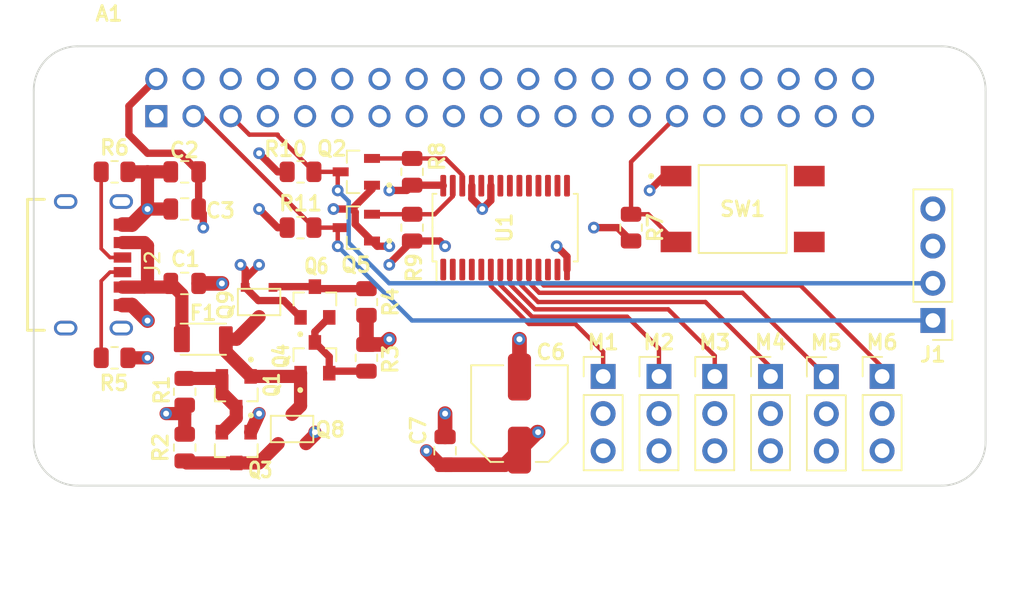
<source format=kicad_pcb>
(kicad_pcb (version 20221018) (generator pcbnew)
  (layers (0 "F.Cu" signal) (1 "In1.Cu" power) (2 "In2.Cu" power) (31 "B.Cu" power) (34 "B.Paste" user) (35 "F.Paste" user) (36 "B.SilkS" user "B.Silkscreen") (37 "F.SilkS" user "F.Silkscreen") (38 "B.Mask" user) (39 "F.Mask" user) (44 "Edge.Cuts" user))
  (net 0 "")
  (net 6 "/3V3")
  (net 7 "/PI_5V")
  (net 8 "/SDA")
  (net 9 "/SCL")
  (net 21 "/BUTTON")
  (net 22 "GND")
  (net 23 "Net-(C1-Pad1)")
  (net 24 "/SERVO_5V")
  (net 25 "/USB_5V")
  (net 26 "Net-(J2-CC1)")
  (net 27 "Net-(J2-CC2)")
  (net 29 "/CH1")
  (net 30 "/CH2")
  (net 31 "/CH3")
  (net 32 "/CH4")
  (net 33 "/CH5")
  (net 34 "/CH6")
  (net 35 "Net-(Q1-B)")
  (net 36 "Net-(Q4-B)")
  (net 37 "Net-(Q2-S)")
  (net 38 "Net-(Q3-C)")
  (net 39 "Net-(Q5-S)")
  (net 40 "Net-(Q6-C)")
  (footprint "Connector_PinHeader_2.54mm:PinHeader_1x03_P2.54mm_Vertical" (layer "F.Cu") (at 142.875 48.26)
    (fp_text reference "M2" (at 0 -2.33) (layer "F.SilkS") (effects (font (thickness 0.2))))
    (fp_text value "Motor_Servo")
    (pad "1" thru_hole rect (at 0 0) (size 1.7 1.7) (drill 1) (layers "*.Cu" "*.Mask") (net 30 "/CH2"))
    (pad "2" thru_hole oval (at 0 2.54) (size 1.7 1.7) (drill 1) (layers "*.Cu" "*.Mask") (net 24 "/SERVO_5V"))
    (pad "3" thru_hole oval (at 0 5.08) (size 1.7 1.7) (drill 1) (layers "*.Cu" "*.Mask") (net 22 "GND"))
  )
  (footprint "USB4125-GF-A_REVA2:GCT_USB4125-GF-A_REVA2" (layer "F.Cu") (at 103.16 40.64 -90)
    (fp_text reference "J2" (at -0.125 -5.135 90) (layer "F.SilkS"))
    (fp_text value "USB4125-GF-A_REVA2")
    (pad "A5" smd rect (at -0.5 -3.08 270) (size 0.7 1.2) (layers "F.Cu" "F.Paste" "F.Mask") (net 26 "Net-(J2-CC1)"))
    (pad "A9" smd rect (at 1.52 -3.08 270) (size 0.76 1.2) (layers "F.Cu" "F.Paste" "F.Mask") (net 23 "Net-(C1-Pad1)"))
    (pad "A12" smd rect (at 2.75 -3.08 270) (size 0.8 1.2) (layers "F.Cu" "F.Paste" "F.Mask") (net 22 "GND"))
    (pad "B5" smd rect (at 0.5 -3.08 270) (size 0.7 1.2) (layers "F.Cu" "F.Paste" "F.Mask") (net 27 "Net-(J2-CC2)"))
    (pad "B9" smd rect (at -1.52 -3.08 270) (size 0.76 1.2) (layers "F.Cu" "F.Paste" "F.Mask") (net 23 "Net-(C1-Pad1)"))
    (pad "B12" smd rect (at -2.75 -3.08 270) (size 0.8 1.2) (layers "F.Cu" "F.Paste" "F.Mask") (net 22 "GND"))
    (pad "S1" thru_hole oval (at -4.32 -3 270) (size 1 1.6) (drill oval 0.6 1.2) (layers "*.Cu" "*.Mask"))
    (pad "S2" thru_hole oval (at 4.32 -3 270) (size 1 1.6) (drill oval 0.6 1.2) (layers "*.Cu" "*.Mask"))
    (pad "S3" thru_hole oval (at -4.32 0.8 270) (size 1 1.6) (drill oval 0.6 1.2) (layers "*.Cu" "*.Mask"))
    (pad "S4" thru_hole oval (at 4.32 0.8 270) (size 1 1.6) (drill oval 0.6 1.2) (layers "*.Cu" "*.Mask"))
  )
  (footprint "miscfootprints:SW_TS04-66-65-BK-160-SMT" (layer "F.Cu") (at 148.59 36.83)
    (fp_text reference "SW1" (at 0 0) (layer "F.SilkS") (effects (font (thickness 0.2))))
    (fp_text value "SW_Push")
    (pad "1" smd rect (at -4.55 -2.25) (size 2.1 1.4) (layers "F.Cu" "F.Paste" "F.Mask") (net 22 "GND"))
    (pad "2" smd rect (at -4.55 2.25) (size 2.1 1.4) (layers "F.Cu" "F.Paste" "F.Mask") (net 21 "/BUTTON"))
    (pad "3" smd rect (at 4.55 -2.25) (size 2.1 1.4) (layers "F.Cu" "F.Paste" "F.Mask"))
    (pad "4" smd rect (at 4.55 2.25) (size 2.1 1.4) (layers "F.Cu" "F.Paste" "F.Mask"))
  )
  (footprint "ADA3708:ADA3708_RPI-ZERO" (layer "F.Cu") (at 132.680871 29.217954)
    (fp_text reference "A1" (at -27.3566 -5.72581) (layer "F.SilkS") (effects (font (size 1 1.00189) (thickness 0.2))))
    (fp_text value "ADA3708")
    (fp_line (start -32.5 -0.5) (end -32.5 23.5) (stroke (width 0.127)) (layer "Edge.Cuts"))
    (fp_line (start -29.5 26.5) (end 29.5 26.5) (stroke (width 0.127)) (layer "Edge.Cuts"))
    (fp_line (start 29.5 -3.5) (end -29.5 -3.5) (stroke (width 0.127)) (layer "Edge.Cuts"))
    (fp_line (start 32.5 23.5) (end 32.5 -0.5) (stroke (width 0.127)) (layer "Edge.Cuts"))
    (fp_arc (start -32.5 -0.5) (mid -31.621321 -2.621321) (end -29.5 -3.5) (stroke (width 0.127)) (layer "Edge.Cuts"))
    (fp_arc (start -29.5 26.5) (mid -31.621321 25.621321) (end -32.5 23.5) (stroke (width 0.127)) (layer "Edge.Cuts"))
    (fp_arc (start 29.5 -3.5) (mid 31.62132 -2.62132) (end 32.5 -0.5) (stroke (width 0.127)) (layer "Edge.Cuts"))
    (fp_arc (start 32.5 23.5) (mid 31.62132 25.62132) (end 29.5 26.5) (stroke (width 0.127)) (layer "Edge.Cuts"))
    (pad "" np_thru_hole circle (at -29 0) (size 2.75 2.75) (drill 2.75) (layers "*.Cu" "*.Mask"))
    (pad "" np_thru_hole circle (at -29 23) (size 2.75 2.75) (drill 2.75) (layers "*.Cu" "*.Mask"))
    (pad "" np_thru_hole circle (at 29 0) (size 2.75 2.75) (drill 2.75) (layers "*.Cu" "*.Mask"))
    (pad "" np_thru_hole circle (at 29 23) (size 2.75 2.75) (drill 2.75) (layers "*.Cu" "*.Mask"))
    (pad "1" thru_hole rect (at -24.13 1.27) (size 1.508 1.508) (drill 1) (layers "*.Cu" "*.Mask") (net 6 "/3V3"))
    (pad "2" thru_hole circle (at -24.13 -1.27) (size 1.508 1.508) (drill 1) (layers "*.Cu" "*.Mask") (net 7 "/PI_5V"))
    (pad "3" thru_hole circle (at -21.59 1.27) (size 1.508 1.508) (drill 1) (layers "*.Cu" "*.Mask") (net 8 "/SDA"))
    (pad "4" thru_hole circle (at -21.59 -1.27) (size 1.508 1.508) (drill 1) (layers "*.Cu" "*.Mask"))
    (pad "5" thru_hole circle (at -19.05 1.27) (size 1.508 1.508) (drill 1) (layers "*.Cu" "*.Mask") (net 9 "/SCL"))
    (pad "6" thru_hole circle (at -19.05 -1.27) (size 1.508 1.508) (drill 1) (layers "*.Cu" "*.Mask"))
    (pad "7" thru_hole circle (at -16.51 1.27) (size 1.508 1.508) (drill 1) (layers "*.Cu" "*.Mask"))
    (pad "8" thru_hole circle (at -16.51 -1.27) (size 1.508 1.508) (drill 1) (layers "*.Cu" "*.Mask"))
    (pad "9" thru_hole circle (at -13.97 1.27) (size 1.508 1.508) (drill 1) (layers "*.Cu" "*.Mask"))
    (pad "10" thru_hole circle (at -13.97 -1.27) (size 1.508 1.508) (drill 1) (layers "*.Cu" "*.Mask"))
    (pad "11" thru_hole circle (at -11.43 1.27) (size 1.508 1.508) (drill 1) (layers "*.Cu" "*.Mask"))
    (pad "12" thru_hole circle (at -11.43 -1.27) (size 1.508 1.508) (drill 1) (layers "*.Cu" "*.Mask"))
    (pad "13" thru_hole circle (at -8.89 1.27) (size 1.508 1.508) (drill 1) (layers "*.Cu" "*.Mask"))
    (pad "14" thru_hole circle (at -8.89 -1.27) (size 1.508 1.508) (drill 1) (layers "*.Cu" "*.Mask"))
    (pad "15" thru_hole circle (at -6.35 1.27) (size 1.508 1.508) (drill 1) (layers "*.Cu" "*.Mask"))
    (pad "16" thru_hole circle (at -6.35 -1.27) (size 1.508 1.508) (drill 1) (layers "*.Cu" "*.Mask"))
    (pad "17" thru_hole circle (at -3.81 1.27) (size 1.508 1.508) (drill 1) (layers "*.Cu" "*.Mask"))
    (pad "18" thru_hole circle (at -3.81 -1.27) (size 1.508 1.508) (drill 1) (layers "*.Cu" "*.Mask"))
    (pad "19" thru_hole circle (at -1.27 1.27) (size 1.508 1.508) (drill 1) (layers "*.Cu" "*.Mask"))
    (pad "20" thru_hole circle (at -1.27 -1.27) (size 1.508 1.508) (drill 1) (layers "*.Cu" "*.Mask"))
    (pad "21" thru_hole circle (at 1.27 1.27) (size 1.508 1.508) (drill 1) (layers "*.Cu" "*.Mask"))
    (pad "22" thru_hole circle (at 1.27 -1.27) (size 1.508 1.508) (drill 1) (layers "*.Cu" "*.Mask"))
    (pad "23" thru_hole circle (at 3.81 1.27) (size 1.508 1.508) (drill 1) (layers "*.Cu" "*.Mask"))
    (pad "24" thru_hole circle (at 3.81 -1.27) (size 1.508 1.508) (drill 1) (layers "*.Cu" "*.Mask"))
    (pad "25" thru_hole circle (at 6.35 1.27) (size 1.508 1.508) (drill 1) (layers "*.Cu" "*.Mask"))
    (pad "26" thru_hole circle (at 6.35 -1.27) (size 1.508 1.508) (drill 1) (layers "*.Cu" "*.Mask"))
    (pad "27" thru_hole circle (at 8.89 1.27) (size 1.508 1.508) (drill 1) (layers "*.Cu" "*.Mask"))
    (pad "28" thru_hole circle (at 8.89 -1.27) (size 1.508 1.508) (drill 1) (layers "*.Cu" "*.Mask"))
    (pad "29" thru_hole circle (at 11.43 1.27) (size 1.508 1.508) (drill 1) (layers "*.Cu" "*.Mask") (net 21 "/BUTTON"))
    (pad "30" thru_hole circle (at 11.43 -1.27) (size 1.508 1.508) (drill 1) (layers "*.Cu" "*.Mask"))
    (pad "31" thru_hole circle (at 13.97 1.27) (size 1.508 1.508) (drill 1) (layers "*.Cu" "*.Mask"))
    (pad "32" thru_hole circle (at 13.97 -1.27) (size 1.508 1.508) (drill 1) (layers "*.Cu" "*.Mask"))
    (pad "33" thru_hole circle (at 16.51 1.27) (size 1.508 1.508) (drill 1) (layers "*.Cu" "*.Mask"))
    (pad "34" thru_hole circle (at 16.51 -1.27) (size 1.508 1.508) (drill 1) (layers "*.Cu" "*.Mask"))
    (pad "35" thru_hole circle (at 19.05 1.27) (size 1.508 1.508) (drill 1) (layers "*.Cu" "*.Mask"))
    (pad "36" thru_hole circle (at 19.05 -1.27) (size 1.508 1.508) (drill 1) (layers "*.Cu" "*.Mask"))
    (pad "37" thru_hole circle (at 21.59 1.27) (size 1.508 1.508) (drill 1) (layers "*.Cu" "*.Mask"))
    (pad "38" thru_hole circle (at 21.59 -1.27) (size 1.508 1.508) (drill 1) (layers "*.Cu" "*.Mask"))
    (pad "39" thru_hole circle (at 24.13 1.27) (size 1.508 1.508) (drill 1) (layers "*.Cu" "*.Mask") (net 22 "GND"))
    (pad "40" thru_hole circle (at 24.13 -1.27) (size 1.508 1.508) (drill 1) (layers "*.Cu" "*.Mask"))
  )
  (footprint "Resistor_SMD:R_0805_2012Metric" (layer "F.Cu") (at 122.9 43.18 -90)
    (fp_text reference "R4" (at 0 -1.65 90) (layer "F.SilkS") (effects (font (thickness 0.2))))
    (fp_text value "R_47K")
    (pad "1" smd roundrect (at -0.9125 0 270) (size 1.025 1.4) (layers "F.Cu" "F.Paste" "F.Mask") (roundrect_rratio 0.243902) (net 40 "Net-(Q6-C)"))
    (pad "2" smd roundrect (at 0.9125 0 270) (size 1.025 1.4) (layers "F.Cu" "F.Paste" "F.Mask") (roundrect_rratio 0.243902) (net 22 "GND"))
  )
  (footprint "miscfootprints:TRANS_MMBT2907A-13" (layer "F.Cu") (at 119.38 46.99 90)
    (fp_text reference "Q4" (at 0.122649 -2.30338 90) (layer "F.SilkS") (effects (font (size 1 0.8) (thickness 0.2))))
    (fp_text value "Q_PNP_EBC")
    (pad "1" smd rect (at -1.05 -0.98) (size 0.85 1) (layers "F.Cu" "F.Paste" "F.Mask") (net 25 "/USB_5V"))
    (pad "2" smd rect (at -1.05 0.98) (size 0.85 1) (layers "F.Cu" "F.Paste" "F.Mask") (net 36 "Net-(Q4-B)"))
    (pad "3" smd rect (at 1.05 0) (size 0.85 1) (layers "F.Cu" "F.Paste" "F.Mask") (net 36 "Net-(Q4-B)"))
  )
  (footprint "miscfootprints:SSM3J338R,LF" (layer "F.Cu") (at 115.57 43.18 180)
    (fp_text reference "Q9" (at 2.286284 -0.20198 90) (layer "F.SilkS") (effects (font (thickness 0.2))))
    (fp_text value "Q_PMOS_GSD")
    (pad "1" smd rect (at -0.95 1 270) (size 0.6 0.6) (layers "F.Cu" "F.Paste" "F.Mask") (net 40 "Net-(Q6-C)"))
    (pad "2" smd rect (at 0.95 1 270) (size 0.6 0.6) (layers "F.Cu" "F.Paste" "F.Mask") (net 7 "/PI_5V"))
    (pad "3" smd rect (at 0 -1 270) (size 0.6 0.6) (layers "F.Cu" "F.Paste" "F.Mask") (net 25 "/USB_5V"))
  )
  (footprint "miscfootprints:CAPAE660X800N" (layer "F.Cu") (at 133.35 50.8 90)
    (fp_text reference "C6" (at 4.20174 2.145839 180) (layer "F.SilkS") (effects (font (thickness 0.2))))
    (fp_text value "100Uf")
    (pad "1" smd roundrect (at -2.495 0 90) (size 3.2 1.58) (layers "F.Cu" "F.Paste" "F.Mask") (roundrect_rratio 0.2) (net 24 "/SERVO_5V"))
    (pad "2" smd roundrect (at 2.495 0 90) (size 3.2 1.58) (layers "F.Cu" "F.Paste" "F.Mask") (roundrect_rratio 0.2) (net 22 "GND"))
  )
  (footprint "Resistor_SMD:R_0805_2012Metric" (layer "F.Cu") (at 105.7 34.29)
    (fp_text reference "R6" (at 0 -1.65) (layer "F.SilkS") (effects (font (thickness 0.2))))
    (fp_text value "R_5.1K")
    (pad "1" smd roundrect (at -0.9125 0) (size 1.025 1.4) (layers "F.Cu" "F.Paste" "F.Mask") (roundrect_rratio 0.243902) (net 26 "Net-(J2-CC1)"))
    (pad "2" smd roundrect (at 0.9125 0) (size 1.025 1.4) (layers "F.Cu" "F.Paste" "F.Mask") (roundrect_rratio 0.243902) (net 22 "GND"))
  )
  (footprint "Capacitor_SMD:C_0805_2012Metric" (layer "F.Cu") (at 128.27 53.34 90)
    (fp_text reference "C7" (at 1.377002 -1.829292 90) (layer "F.SilkS") (effects (font (thickness 0.2))))
    (fp_text value "0.1uF")
    (pad "1" smd roundrect (at -0.95 0 90) (size 1 1.45) (layers "F.Cu" "F.Paste" "F.Mask") (net 24 "/SERVO_5V"))
    (pad "2" smd roundrect (at 0.95 0 90) (size 1 1.45) (layers "F.Cu" "F.Paste" "F.Mask") (net 22 "GND"))
  )
  (footprint "miscfootprints:TRANS_MMBT2907A-13" (layer "F.Cu") (at 119.38 43.18 90)
    (fp_text reference "Q6" (at 2.446219 0.105626 180) (layer "F.SilkS") (effects (font (size 1 0.8) (thickness 0.2))))
    (fp_text value "Q_PNP_EBC")
    (pad "1" smd rect (at -1.05 -0.98) (size 0.85 1) (layers "F.Cu" "F.Paste" "F.Mask") (net 7 "/PI_5V"))
    (pad "2" smd rect (at -1.05 0.98) (size 0.85 1) (layers "F.Cu" "F.Paste" "F.Mask") (net 36 "Net-(Q4-B)"))
    (pad "3" smd rect (at 1.05 0) (size 0.85 1) (layers "F.Cu" "F.Paste" "F.Mask") (net 40 "Net-(Q6-C)"))
  )
  (footprint "miscfootprints:SOT91P240X110-3N" (layer "F.Cu") (at 122.21 38.1 180)
    (fp_text reference "Q5" (at 0.024995 -2.541506) (layer "F.SilkS") (effects (font (thickness 0.2) bold)))
    (fp_text value "Q_NMOS_GSD")
    (pad "1" smd rect (at -1.07 -0.915 180) (size 1.09 0.61) (layers "F.Cu" "F.Paste" "F.Mask") (net 6 "/3V3"))
    (pad "2" smd rect (at -1.07 0.915 180) (size 1.09 0.61) (layers "F.Cu" "F.Paste" "F.Mask") (net 39 "Net-(Q5-S)"))
    (pad "3" smd rect (at 1.07 0 180) (size 1.09 0.61) (layers "F.Cu" "F.Paste" "F.Mask") (net 8 "/SDA"))
  )
  (footprint "Resistor_SMD:R_0805_2012Metric" (layer "F.Cu") (at 118.4 34.29)
    (fp_text reference "R10" (at -1.01656 -1.558478) (layer "F.SilkS") (effects (font (thickness 0.2))))
    (fp_text value "R_10K")
    (pad "1" smd roundrect (at -0.9125 0) (size 1.025 1.4) (layers "F.Cu" "F.Paste" "F.Mask") (roundrect_rratio 0.243902) (net 6 "/3V3"))
    (pad "2" smd roundrect (at 0.9125 0) (size 1.025 1.4) (layers "F.Cu" "F.Paste" "F.Mask") (roundrect_rratio 0.243902) (net 9 "/SCL"))
  )
  (footprint "Package_SO:TSSOP-28_4.4x9.7mm_P0.65mm" (layer "F.Cu") (at 132.37 38.1 90)
    (fp_text reference "U1" (at -0.004803 -0.03705 90) (layer "F.SilkS") (effects (font (thickness 0.2))))
    (fp_text value "PCA9685PW")
    (pad "1" smd roundrect (at -2.8625 -4.225 90) (size 1.475 0.4) (layers "F.Cu" "F.Paste" "F.Mask"))
    (pad "2" smd roundrect (at -2.8625 -3.575 90) (size 1.475 0.4) (layers "F.Cu" "F.Paste" "F.Mask"))
    (pad "3" smd roundrect (at -2.8625 -2.925 90) (size 1.475 0.4) (layers "F.Cu" "F.Paste" "F.Mask"))
    (pad "4" smd roundrect (at -2.8625 -2.275 90) (size 1.475 0.4) (layers "F.Cu" "F.Paste" "F.Mask"))
    (pad "5" smd roundrect (at -2.8625 -1.625 90) (size 1.475 0.4) (layers "F.Cu" "F.Paste" "F.Mask"))
    (pad "6" smd roundrect (at -2.8625 -0.975 90) (size 1.475 0.4) (layers "F.Cu" "F.Paste" "F.Mask") (net 29 "/CH1"))
    (pad "7" smd roundrect (at -2.8625 -0.325 90) (size 1.475 0.4) (layers "F.Cu" "F.Paste" "F.Mask") (net 30 "/CH2"))
    (pad "8" smd roundrect (at -2.8625 0.325 90) (size 1.475 0.4) (layers "F.Cu" "F.Paste" "F.Mask") (net 31 "/CH3"))
    (pad "9" smd roundrect (at -2.8625 0.975 90) (size 1.475 0.4) (layers "F.Cu" "F.Paste" "F.Mask") (net 32 "/CH4"))
    (pad "10" smd roundrect (at -2.8625 1.625 90) (size 1.475 0.4) (layers "F.Cu" "F.Paste" "F.Mask") (net 33 "/CH5"))
    (pad "11" smd roundrect (at -2.8625 2.275 90) (size 1.475 0.4) (layers "F.Cu" "F.Paste" "F.Mask") (net 34 "/CH6"))
    (pad "12" smd roundrect (at -2.8625 2.925 90) (size 1.475 0.4) (layers "F.Cu" "F.Paste" "F.Mask"))
    (pad "13" smd roundrect (at -2.8625 3.575 90) (size 1.475 0.4) (layers "F.Cu" "F.Paste" "F.Mask"))
    (pad "14" smd roundrect (at -2.8625 4.225 90) (size 1.475 0.4) (layers "F.Cu" "F.Paste" "F.Mask") (net 22 "GND"))
    (pad "15" smd roundrect (at 2.8625 4.225 90) (size 1.475 0.4) (layers "F.Cu" "F.Paste" "F.Mask"))
    (pad "16" smd roundrect (at 2.8625 3.575 90) (size 1.475 0.4) (layers "F.Cu" "F.Paste" "F.Mask"))
    (pad "17" smd roundrect (at 2.8625 2.925 90) (size 1.475 0.4) (layers "F.Cu" "F.Paste" "F.Mask"))
    (pad "18" smd roundrect (at 2.8625 2.275 90) (size 1.475 0.4) (layers "F.Cu" "F.Paste" "F.Mask"))
    (pad "19" smd roundrect (at 2.8625 1.625 90) (size 1.475 0.4) (layers "F.Cu" "F.Paste" "F.Mask"))
    (pad "20" smd roundrect (at 2.8625 0.975 90) (size 1.475 0.4) (layers "F.Cu" "F.Paste" "F.Mask"))
    (pad "21" smd roundrect (at 2.8625 0.325 90) (size 1.475 0.4) (layers "F.Cu" "F.Paste" "F.Mask"))
    (pad "22" smd roundrect (at 2.8625 -0.325 90) (size 1.475 0.4) (layers "F.Cu" "F.Paste" "F.Mask"))
    (pad "23" smd roundrect (at 2.8625 -0.975 90) (size 1.475 0.4) (layers "F.Cu" "F.Paste" "F.Mask") (net 22 "GND"))
    (pad "24" smd roundrect (at 2.8625 -1.625 90) (size 1.475 0.4) (layers "F.Cu" "F.Paste" "F.Mask"))
    (pad "25" smd roundrect (at 2.8625 -2.275 90) (size 1.475 0.4) (layers "F.Cu" "F.Paste" "F.Mask") (net 22 "GND"))
    (pad "26" smd roundrect (at 2.8625 -2.925 90) (size 1.475 0.4) (layers "F.Cu" "F.Paste" "F.Mask") (net 37 "Net-(Q2-S)"))
    (pad "27" smd roundrect (at 2.8625 -3.575 90) (size 1.475 0.4) (layers "F.Cu" "F.Paste" "F.Mask") (net 39 "Net-(Q5-S)"))
    (pad "28" smd roundrect (at 2.8625 -4.225 90) (size 1.475 0.4) (layers "F.Cu" "F.Paste" "F.Mask") (net 7 "/PI_5V"))
  )
  (footprint "Connector_PinHeader_2.54mm:PinHeader_1x03_P2.54mm_Vertical" (layer "F.Cu") (at 158.115 48.26)
    (fp_text reference "M6" (at 0 -2.33) (layer "F.SilkS") (effects (font (thickness 0.2))))
    (fp_text value "Motor_Servo")
    (pad "1" thru_hole rect (at 0 0) (size 1.7 1.7) (drill 1) (layers "*.Cu" "*.Mask") (net 34 "/CH6"))
    (pad "2" thru_hole oval (at 0 2.54) (size 1.7 1.7) (drill 1) (layers "*.Cu" "*.Mask") (net 24 "/SERVO_5V"))
    (pad "3" thru_hole oval (at 0 5.08) (size 1.7 1.7) (drill 1) (layers "*.Cu" "*.Mask") (net 22 "GND"))
  )
  (footprint "Capacitor_SMD:C_0805_2012Metric" (layer "F.Cu") (at 110.49 41.91)
    (fp_text reference "C1" (at 0.0506 -1.667891) (layer "F.SilkS") (effects (font (thickness 0.2))))
    (fp_text value "0.1uF")
    (pad "1" smd roundrect (at -0.95 0) (size 1 1.45) (layers "F.Cu" "F.Paste" "F.Mask") (net 23 "Net-(C1-Pad1)"))
    (pad "2" smd roundrect (at 0.95 0) (size 1 1.45) (layers "F.Cu" "F.Paste" "F.Mask") (net 22 "GND"))
  )
  (footprint "Resistor_SMD:R_0805_2012Metric" (layer "F.Cu") (at 110.49 53.12 90)
    (fp_text reference "R2" (at 0 -1.65 90) (layer "F.SilkS") (effects (font (thickness 0.2))))
    (fp_text value "R_47K")
    (pad "1" smd roundrect (at -0.9125 0 90) (size 1.025 1.4) (layers "F.Cu" "F.Paste" "F.Mask") (roundrect_rratio 0.243902) (net 38 "Net-(Q3-C)"))
    (pad "2" smd roundrect (at 0.9125 0 90) (size 1.025 1.4) (layers "F.Cu" "F.Paste" "F.Mask") (roundrect_rratio 0.243902) (net 22 "GND"))
  )
  (footprint "Connector_PinHeader_2.54mm:PinHeader_1x03_P2.54mm_Vertical" (layer "F.Cu") (at 154.305 48.275)
    (fp_text reference "M5" (at 0 -2.33) (layer "F.SilkS") (effects (font (thickness 0.2))))
    (fp_text value "Motor_Servo")
    (pad "1" thru_hole rect (at 0 0) (size 1.7 1.7) (drill 1) (layers "*.Cu" "*.Mask") (net 33 "/CH5"))
    (pad "2" thru_hole oval (at 0 2.54) (size 1.7 1.7) (drill 1) (layers "*.Cu" "*.Mask") (net 24 "/SERVO_5V"))
    (pad "3" thru_hole oval (at 0 5.08) (size 1.7 1.7) (drill 1) (layers "*.Cu" "*.Mask") (net 22 "GND"))
  )
  (footprint "Capacitor_SMD:C_0805_2012Metric" (layer "F.Cu") (at 110.49 34.29 180)
    (fp_text reference "C2" (at 0.026283 1.479933) (layer "F.SilkS") (effects (font (thickness 0.2))))
    (fp_text value "0.1uF")
    (pad "1" smd roundrect (at -0.95 0 180) (size 1 1.45) (layers "F.Cu" "F.Paste" "F.Mask") (net 7 "/PI_5V"))
    (pad "2" smd roundrect (at 0.95 0 180) (size 1 1.45) (layers "F.Cu" "F.Paste" "F.Mask") (net 22 "GND"))
  )
  (footprint "Connector_PinHeader_2.54mm:PinHeader_1x04_P2.54mm_Vertical" (layer "F.Cu") (at 161.58 44.44 180)
    (fp_text reference "J1" (at 0 -2.33) (layer "F.SilkS") (effects (font (thickness 0.2))))
    (fp_text value "Conn_01x04_Pin")
    (pad "1" thru_hole rect (at 0 0 180) (size 1.7 1.7) (drill 1) (layers "*.Cu" "*.Mask") (net 8 "/SDA"))
    (pad "2" thru_hole oval (at 0 2.54 180) (size 1.7 1.7) (drill 1) (layers "*.Cu" "*.Mask") (net 9 "/SCL"))
    (pad "3" thru_hole oval (at 0 5.08 180) (size 1.7 1.7) (drill 1) (layers "*.Cu" "*.Mask") (net 22 "GND"))
    (pad "4" thru_hole oval (at 0 7.62 180) (size 1.7 1.7) (drill 1) (layers "*.Cu" "*.Mask") (net 7 "/PI_5V"))
  )
  (footprint "Resistor_SMD:R_0805_2012Metric" (layer "F.Cu") (at 140.97 38.1 -90)
    (fp_text reference "R7" (at 0 -1.65 90) (layer "F.SilkS") (effects (font (thickness 0.2))))
    (fp_text value "R_10K")
    (pad "1" smd roundrect (at -0.9125 0 270) (size 1.025 1.4) (layers "F.Cu" "F.Paste" "F.Mask") (roundrect_rratio 0.243902) (net 21 "/BUTTON"))
    (pad "2" smd roundrect (at 0.9125 0 270) (size 1.025 1.4) (layers "F.Cu" "F.Paste" "F.Mask") (roundrect_rratio 0.243902) (net 6 "/3V3"))
  )
  (footprint "miscfootprints:6vfuse" (layer "F.Cu") (at 111.76 45.72)
    (fp_text reference "F1" (at -0.013948 -1.791295) (layer "F.SilkS") (effects (font (thickness 0.2) bold)))
    (fp_text value "Polyfuse")
    (pad "1" smd roundrect (at -1.465 0) (size 1.09 1.77) (layers "F.Cu" "F.Paste" "F.Mask") (roundrect_rratio 0.12) (net 23 "Net-(C1-Pad1)"))
    (pad "2" smd roundrect (at 1.54 0) (size 0.94 1.77) (layers "F.Cu" "F.Paste" "F.Mask") (roundrect_rratio 0.12) (net 25 "/USB_5V"))
  )
  (footprint "Resistor_SMD:R_0805_2012Metric" (layer "F.Cu") (at 126.02 38.1 90)
    (fp_text reference "R9" (at -2.738428 0.128124 90) (layer "F.SilkS") (effects (font (thickness 0.2))))
    (fp_text value "R_10K")
    (pad "1" smd roundrect (at -0.9125 0 90) (size 1.025 1.4) (layers "F.Cu" "F.Paste" "F.Mask") (roundrect_rratio 0.243902) (net 7 "/PI_5V"))
    (pad "2" smd roundrect (at 0.9125 0 90) (size 1.025 1.4) (layers "F.Cu" "F.Paste" "F.Mask") (roundrect_rratio 0.243902) (net 39 "Net-(Q5-S)"))
  )
  (footprint "Resistor_SMD:R_0805_2012Metric" (layer "F.Cu") (at 122.9 46.99 90)
    (fp_text reference "R3" (at -0.099458 1.637137 90) (layer "F.SilkS") (effects (font (thickness 0.2))))
    (fp_text value "R_10K")
    (pad "1" smd roundrect (at -0.9125 0 90) (size 1.025 1.4) (layers "F.Cu" "F.Paste" "F.Mask") (roundrect_rratio 0.243902) (net 36 "Net-(Q4-B)"))
    (pad "2" smd roundrect (at 0.9125 0 90) (size 1.025 1.4) (layers "F.Cu" "F.Paste" "F.Mask") (roundrect_rratio 0.243902) (net 22 "GND"))
  )
  (footprint "Resistor_SMD:R_0805_2012Metric" (layer "F.Cu") (at 118.4 38.1)
    (fp_text reference "R11" (at 0 -1.65) (layer "F.SilkS") (effects (font (thickness 0.2))))
    (fp_text value "R_10K")
    (pad "1" smd roundrect (at -0.9125 0) (size 1.025 1.4) (layers "F.Cu" "F.Paste" "F.Mask") (roundrect_rratio 0.243902) (net 6 "/3V3"))
    (pad "2" smd roundrect (at 0.9125 0) (size 1.025 1.4) (layers "F.Cu" "F.Paste" "F.Mask") (roundrect_rratio 0.243902) (net 8 "/SDA"))
  )
  (footprint "Connector_PinHeader_2.54mm:PinHeader_1x03_P2.54mm_Vertical" (layer "F.Cu") (at 139.065 48.26)
    (fp_text reference "M1" (at 0 -2.33) (layer "F.SilkS") (effects (font (thickness 0.2))))
    (fp_text value "Motor_Servo")
    (pad "1" thru_hole rect (at 0 0) (size 1.7 1.7) (drill 1) (layers "*.Cu" "*.Mask") (net 29 "/CH1"))
    (pad "2" thru_hole oval (at 0 2.54) (size 1.7 1.7) (drill 1) (layers "*.Cu" "*.Mask") (net 24 "/SERVO_5V"))
    (pad "3" thru_hole oval (at 0 5.08) (size 1.7 1.7) (drill 1) (layers "*.Cu" "*.Mask") (net 22 "GND"))
  )
  (footprint "miscfootprints:TRANS_MMBT2907A-13" (layer "F.Cu") (at 114.01 53.12 -90)
    (fp_text reference "Q3" (at 1.540317 -1.641433 -180) (layer "F.SilkS") (effects (font (size 1 0.8) (thickness 0.2))))
    (fp_text value "Q_PNP_EBC")
    (pad "1" smd rect (at -1.05 -0.98 180) (size 0.85 1) (layers "F.Cu" "F.Paste" "F.Mask") (net 24 "/SERVO_5V"))
    (pad "2" smd rect (at -1.05 0.98 180) (size 0.85 1) (layers "F.Cu" "F.Paste" "F.Mask") (net 35 "Net-(Q1-B)"))
    (pad "3" smd rect (at 1.05 0 180) (size 0.85 1) (layers "F.Cu" "F.Paste" "F.Mask") (net 38 "Net-(Q3-C)"))
  )
  (footprint "Resistor_SMD:R_0805_2012Metric" (layer "F.Cu") (at 110.49 49.31 -90)
    (fp_text reference "R1" (at -0.119068 1.562998 90) (layer "F.SilkS") (effects (font (thickness 0.2))))
    (fp_text value "R_10K")
    (pad "1" smd roundrect (at -0.9125 0 270) (size 1.025 1.4) (layers "F.Cu" "F.Paste" "F.Mask") (roundrect_rratio 0.243902) (net 35 "Net-(Q1-B)"))
    (pad "2" smd roundrect (at 0.9125 0 270) (size 1.025 1.4) (layers "F.Cu" "F.Paste" "F.Mask") (roundrect_rratio 0.243902) (net 22 "GND"))
  )
  (footprint "Resistor_SMD:R_0805_2012Metric" (layer "F.Cu") (at 126.02 34.29 90)
    (fp_text reference "R8" (at 1.054465 1.717044 90) (layer "F.SilkS") (effects (font (thickness 0.2))))
    (fp_text value "R_10K")
    (pad "1" smd roundrect (at -0.9125 0 90) (size 1.025 1.4) (layers "F.Cu" "F.Paste" "F.Mask") (roundrect_rratio 0.243902) (net 7 "/PI_5V"))
    (pad "2" smd roundrect (at 0.9125 0 90) (size 1.025 1.4) (layers "F.Cu" "F.Paste" "F.Mask") (roundrect_rratio 0.243902) (net 37 "Net-(Q2-S)"))
  )
  (footprint "Capacitor_SMD:C_0805_2012Metric" (layer "F.Cu") (at 110.49 36.83 180)
    (fp_text reference "C3" (at -2.433979 -0.106131) (layer "F.SilkS") (effects (font (thickness 0.2))))
    (fp_text value "0.1uF")
    (pad "1" smd roundrect (at -0.95 0 180) (size 1 1.45) (layers "F.Cu" "F.Paste" "F.Mask") (net 7 "/PI_5V"))
    (pad "2" smd roundrect (at 0.95 0 180) (size 1 1.45) (layers "F.Cu" "F.Paste" "F.Mask") (net 22 "GND"))
  )
  (footprint "Resistor_SMD:R_0805_2012Metric" (layer "F.Cu") (at 105.7 46.99)
    (fp_text reference "R5" (at -0.033415 1.728243) (layer "F.SilkS") (effects (font (thickness 0.2))))
    (fp_text value "R_5.1K")
    (pad "1" smd roundrect (at -0.9125 0) (size 1.025 1.4) (layers "F.Cu" "F.Paste" "F.Mask") (roundrect_rratio 0.243902) (net 27 "Net-(J2-CC2)"))
    (pad "2" smd roundrect (at 0.9125 0) (size 1.025 1.4) (layers "F.Cu" "F.Paste" "F.Mask") (roundrect_rratio 0.243902) (net 22 "GND"))
  )
  (footprint "Connector_PinHeader_2.54mm:PinHeader_1x03_P2.54mm_Vertical" (layer "F.Cu") (at 150.495 48.26)
    (fp_text reference "M4" (at 0 -2.33) (layer "F.SilkS") (effects (font (thickness 0.2))))
    (fp_text value "Motor_Servo")
    (pad "1" thru_hole rect (at 0 0) (size 1.7 1.7) (drill 1) (layers "*.Cu" "*.Mask") (net 32 "/CH4"))
    (pad "2" thru_hole oval (at 0 2.54) (size 1.7 1.7) (drill 1) (layers "*.Cu" "*.Mask") (net 24 "/SERVO_5V"))
    (pad "3" thru_hole oval (at 0 5.08) (size 1.7 1.7) (drill 1) (layers "*.Cu" "*.Mask") (net 22 "GND"))
  )
  (footprint "Connector_PinHeader_2.54mm:PinHeader_1x03_P2.54mm_Vertical" (layer "F.Cu") (at 146.685 48.26)
    (fp_text reference "M3" (at 0 -2.33) (layer "F.SilkS") (effects (font (thickness 0.2))))
    (fp_text value "Motor_Servo")
    (pad "1" thru_hole rect (at 0 0) (size 1.7 1.7) (drill 1) (layers "*.Cu" "*.Mask") (net 31 "/CH3"))
    (pad "2" thru_hole oval (at 0 2.54) (size 1.7 1.7) (drill 1) (layers "*.Cu" "*.Mask") (net 24 "/SERVO_5V"))
    (pad "3" thru_hole oval (at 0 5.08) (size 1.7 1.7) (drill 1) (layers "*.Cu" "*.Mask") (net 22 "GND"))
  )
  (footprint "miscfootprints:SSM3J338R,LF" (layer "F.Cu") (at 117.82 51.85)
    (fp_text reference "Q8" (at 2.60531 0.040386) (layer "F.SilkS") (effects (font (thickness 0.2))))
    (fp_text value "Q_PMOS_GSD")
    (pad "1" smd rect (at -0.95 1 90) (size 0.6 0.6) (layers "F.Cu" "F.Paste" "F.Mask") (net 38 "Net-(Q3-C)"))
    (pad "2" smd rect (at 0.95 1 90) (size 0.6 0.6) (layers "F.Cu" "F.Paste" "F.Mask") (net 24 "/SERVO_5V"))
    (pad "3" smd rect (at 0 -1 90) (size 0.6 0.6) (layers "F.Cu" "F.Paste" "F.Mask") (net 25 "/USB_5V"))
  )
  (footprint "miscfootprints:TRANS_MMBT2907A-13" (layer "F.Cu") (at 114.01 49.31 -90)
    (fp_text reference "Q1" (at -0.477856 -2.434469 90) (layer "F.SilkS") (effects (font (size 1 0.8) (thickness 0.2))))
    (fp_text value "Q_PNP_EBC")
    (pad "1" smd rect (at -1.05 -0.98 180) (size 0.85 1) (layers "F.Cu" "F.Paste" "F.Mask") (net 25 "/USB_5V"))
    (pad "2" smd rect (at -1.05 0.98 180) (size 0.85 1) (layers "F.Cu" "F.Paste" "F.Mask") (net 35 "Net-(Q1-B)"))
    (pad "3" smd rect (at 1.05 0 180) (size 0.85 1) (layers "F.Cu" "F.Paste" "F.Mask") (net 35 "Net-(Q1-B)"))
  )
  (footprint "miscfootprints:SOT91P240X110-3N" (layer "F.Cu") (at 122.21 34.29 180)
    (fp_text reference "Q2" (at 1.674349 1.584106) (layer "F.SilkS") (effects (font (thickness 0.2))))
    (fp_text value "Q_NMOS_GSD")
    (pad "1" smd rect (at -1.07 -0.915 180) (size 1.09 0.61) (layers "F.Cu" "F.Paste" "F.Mask") (net 6 "/3V3"))
    (pad "2" smd rect (at -1.07 0.915 180) (size 1.09 0.61) (layers "F.Cu" "F.Paste" "F.Mask") (net 37 "Net-(Q2-S)"))
    (pad "3" smd rect (at 1.07 0 180) (size 1.09 0.61) (layers "F.Cu" "F.Paste" "F.Mask") (net 9 "/SCL"))
  )
  (segment (start 121.92 36.83) (end 120.65 36.83) (width 0.5) (layer "F.Cu") (net 6))
  (segment (start 123.28 35.47) (end 123.28 35.205) (width 0.5) (layer "F.Cu") (net 6))
  (segment (start 140.0575 38.1) (end 140.97 39.0125) (width 0.5) (layer "F.Cu") (net 6))
  (segment (start 122.135 37.87) (end 122.135 37.045) (width 0.5) (layer "F.Cu") (net 6))
  (segment (start 116.84 34.29) (end 115.57 33.02) (width 0.5) (layer "F.Cu") (net 6))
  (segment (start 116.84 38.1) (end 115.57 36.83) (width 0.5) (layer "F.Cu") (net 6))
  (segment (start 122.135 37.045) (end 121.92 36.83) (width 0.5) (layer "F.Cu") (net 6))
  (segment (start 138.43 38.1) (end 140.0575 38.1) (width 0.5) (layer "F.Cu") (net 6))
  (segment (start 117.4875 38.1) (end 116.84 38.1) (width 0.5) (layer "F.Cu") (net 6))
  (segment (start 123.28 39.015) (end 122.135 37.87) (width 0.5) (layer "F.Cu") (net 6))
  (segment (start 117.4875 34.29) (end 116.84 34.29) (width 0.5) (layer "F.Cu") (net 6))
  (segment (start 123.635 39.37) (end 124.46 39.37) (width 0.5) (layer "F.Cu") (net 6))
  (segment (start 121.92 36.83) (end 123.28 35.47) (width 0.5) (layer "F.Cu") (net 6))
  (segment (start 123.635 39.37) (end 123.28 39.015) (width 0.5) (layer "F.Cu") (net 6))
  (via (at 120.65 36.83) (size 0.8) (drill 0.4) (layers "F.Cu" "B.Cu") (net 6))
  (via (at 124.46 39.37) (size 0.8) (drill 0.4) (layers "F.Cu" "B.Cu") (net 6))
  (via (at 115.57 36.83) (size 0.8) (drill 0.4) (layers "F.Cu" "B.Cu") (net 6))
  (via (at 115.57 33.02) (size 0.8) (drill 0.4) (layers "F.Cu" "B.Cu") (net 6))
  (via (at 138.43 38.1) (size 0.8) (drill 0.4) (layers "F.Cu" "B.Cu") (net 6))
  (segment (start 115.52 43.08) (end 117.25 43.08) (width 0.5) (layer "F.Cu") (net 7))
  (segment (start 111.76 38.1) (end 111.76 37.15) (width 0.5) (layer "F.Cu") (net 7))
  (segment (start 114.62 41.59) (end 115.57 40.64) (width 0.5) (layer "F.Cu") (net 7))
  (segment (start 127.9125 39.0125) (end 128.27 39.37) (width 0.5) (layer "F.Cu") (net 7))
  (segment (start 106.68 29.8) (end 108.546 27.934) (width 0.5) (layer "F.Cu") (net 7))
  (segment (start 114.3 40.64) (end 114.62 40.96) (width 0.5) (layer "F.Cu") (net 7))
  (segment (start 125.6625 35.56) (end 126.02 35.2025) (width 0.5) (layer "F.Cu") (net 7))
  (segment (start 110.17 33.02) (end 107.95 33.02) (width 0.5) (layer "F.Cu") (net 7))
  (segment (start 111.76 37.15) (end 111.44 36.83) (width 0.5) (layer "F.Cu") (net 7))
  (segment (start 128.11 35.2025) (end 128.145 35.2375) (width 0.5) (layer "F.Cu") (net 7))
  (segment (start 114.62 42.18) (end 114.62 40.96) (width 0.5) (layer "F.Cu") (net 7))
  (segment (start 106.68 31.75) (end 106.68 29.8) (width 0.5) (layer "F.Cu") (net 7))
  (segment (start 107.95 33.02) (end 106.68 31.75) (width 0.5) (layer "F.Cu") (net 7))
  (segment (start 114.62 42.18) (end 115.52 43.08) (width 0.5) (layer "F.Cu") (net 7))
  (segment (start 114.62 42.18) (end 114.62 41.59) (width 0.5) (layer "F.Cu") (net 7))
  (segment (start 111.44 34.29) (end 110.17 33.02) (width 0.5) (layer "F.Cu") (net 7))
  (segment (start 124.46 40.64) (end 124.46 40.5725) (width 0.5) (layer "F.Cu") (net 7))
  (segment (start 126.02 39.0125) (end 127.9125 39.0125) (width 0.5) (layer "F.Cu") (net 7))
  (segment (start 111.44 34.29) (end 111.44 36.83) (width 0.5) (layer "F.Cu") (net 7))
  (segment (start 124.46 40.5725) (end 126.02 39.0125) (width 0.5) (layer "F.Cu") (net 7))
  (segment (start 117.25 43.08) (end 118.4 44.23) (width 0.5) (layer "F.Cu") (net 7))
  (segment (start 124.46 35.56) (end 125.6625 35.56) (width 0.5) (layer "F.Cu") (net 7))
  (segment (start 126.02 35.2025) (end 128.11 35.2025) (width 0.5) (layer "F.Cu") (net 7))
  (via (at 115.57 40.64) (size 0.8) (drill 0.4) (layers "F.Cu" "B.Cu") (net 7))
  (via (at 124.46 40.64) (size 0.8) (drill 0.4) (layers "F.Cu" "B.Cu") (net 7))
  (via (at 114.3 40.64) (size 0.8) (drill 0.4) (layers "F.Cu" "B.Cu") (net 7))
  (via (at 111.76 38.1) (size 0.8) (drill 0.4) (layers "F.Cu" "B.Cu") (net 7))
  (via (at 128.27 39.37) (size 0.8) (drill 0.4) (layers "F.Cu" "B.Cu") (net 7))
  (via (at 124.46 35.56) (size 0.8) (drill 0.4) (layers "F.Cu" "B.Cu") (net 7))
  (segment (start 119.3125 38.1) (end 111.6865 30.474) (width 0.3) (layer "F.Cu") (net 8))
  (segment (start 111.6865 30.474) (end 111.086 30.474) (width 0.3) (layer "F.Cu") (net 8))
  (segment (start 120.94 38.3) (end 121.14 38.1) (width 0.3) (layer "F.Cu") (net 8))
  (segment (start 120.94 39.37) (end 120.94 38.3) (width 0.3) (layer "F.Cu") (net 8))
  (segment (start 119.3125 38.1) (end 121.14 38.1) (width 0.3) (layer "F.Cu") (net 8))
  (via (at 120.94 39.37) (size 0.8) (drill 0.4) (layers "F.Cu" "B.Cu") (net 8))
  (segment (start 126.01 44.44) (end 120.94 39.37) (width 0.3) (layer "B.Cu") (net 8))
  (segment (start 161.58 44.44) (end 126.01 44.44) (width 0.3) (layer "B.Cu") (net 8))
  (segment (start 120.94 35.56) (end 120.94 34.49) (width 0.3) (layer "F.Cu") (net 9))
  (segment (start 120.94 34.49) (end 121.14 34.29) (width 0.3) (layer "F.Cu") (net 9))
  (segment (start 116.84 31.75) (end 114.902 31.75) (width 0.3) (layer "F.Cu") (net 9))
  (segment (start 116.84 31.8175) (end 116.84 31.75) (width 0.3) (layer "F.Cu") (net 9))
  (segment (start 119.3125 34.29) (end 116.84 31.8175) (width 0.3) (layer "F.Cu") (net 9))
  (segment (start 114.902 31.75) (end 113.626 30.474) (width 0.3) (layer "F.Cu") (net 9))
  (segment (start 119.3125 34.29) (end 121.14 34.29) (width 0.3) (layer "F.Cu") (net 9))
  (via (at 120.94 35.56) (size 0.8) (drill 0.4) (layers "F.Cu" "B.Cu") (net 9))
  (segment (start 161.58 41.9) (end 124.45 41.9) (width 0.3) (layer "B.Cu") (net 9))
  (segment (start 121.69 39.14) (end 121.69 36.31) (width 0.3) (layer "B.Cu") (net 9))
  (segment (start 121.69 36.31) (end 120.94 35.56) (width 0.3) (layer "B.Cu") (net 9))
  (segment (start 124.45 41.9) (end 121.69 39.14) (width 0.3) (layer "B.Cu") (net 9))
  (segment (start 140.97 37.1875) (end 140.97 33.61) (width 0.3) (layer "F.Cu") (net 21))
  (segment (start 142.1475 37.1875) (end 144.04 39.08) (width 0.3) (layer "F.Cu") (net 21))
  (segment (start 140.97 37.1875) (end 142.1475 37.1875) (width 0.3) (layer "F.Cu") (net 21))
  (segment (start 140.97 33.61) (end 144.106 30.474) (width 0.3) (layer "F.Cu") (net 21))
  (segment (start 109.54 36.83) (end 107.95 36.83) (width 0.9) (layer "F.Cu") (net 22))
  (segment (start 124.1025 46.0775) (end 124.46 45.72) (width 1) (layer "F.Cu") (net 22))
  (segment (start 143.22 34.58) (end 142.24 35.56) (width 0.5) (layer "F.Cu") (net 22))
  (segment (start 131.395 36.245) (end 131.395 35.2375) (width 0.5) (layer "F.Cu") (net 22))
  (segment (start 107.95 34.29) (end 107.95 36.83) (width 0.9) (layer "F.Cu") (net 22))
  (segment (start 133.35 48.305) (end 133.35 45.72) (width 1) (layer "F.Cu") (net 22))
  (segment (start 106.89 37.89) (end 107.95 36.83) (width 1) (layer "F.Cu") (net 22))
  (segment (start 110.49 52.2075) (end 110.49 50.8) (width 0.9) (layer "F.Cu") (net 22))
  (segment (start 144.04 34.58) (end 143.22 34.58) (width 0.5) (layer "F.Cu") (net 22))
  (segment (start 106.24 37.89) (end 106.89 37.89) (width 1) (layer "F.Cu") (net 22))
  (segment (start 107.95 34.29) (end 106.6125 34.29) (width 0.9) (layer "F.Cu") (net 22))
  (segment (start 106.89 43.39) (end 107.95 44.45) (width 1) (layer "F.Cu") (net 22))
  (segment (start 110.49 50.8) (end 109.22 50.8) (width 0.9) (layer "F.Cu") (net 22))
  (segment (start 106.6125 46.99) (end 107.95 46.99) (width 0.9) (layer "F.Cu") (net 22))
  (segment (start 130.81 36.83) (end 131.395 36.245) (width 0.5) (layer "F.Cu") (net 22))
  (segment (start 110.49 50.8) (end 110.49 50.2225) (width 0.9) (layer "F.Cu") (net 22))
  (segment (start 109.54 34.29) (end 107.95 34.29) (width 0.9) (layer "F.Cu") (net 22))
  (segment (start 136.595 40.075) (end 135.89 39.37) (width 0.5) (layer "F.Cu") (net 22))
  (segment (start 136.595 40.9625) (end 136.595 40.075) (width 0.5) (layer "F.Cu") (net 22))
  (segment (start 130.095 36.115) (end 130.81 36.83) (width 0.5) (layer "F.Cu") (net 22))
  (segment (start 128.27 52.39) (end 128.27 50.8) (width 1) (layer "F.Cu") (net 22))
  (segment (start 111.44 41.91) (end 113.03 41.91) (width 1) (layer "F.Cu") (net 22))
  (segment (start 122.9 46.0775) (end 122.9 44.0925) (width 1) (layer "F.Cu") (net 22))
  (segment (start 130.095 35.2375) (end 130.095 36.115) (width 0.5) (layer "F.Cu") (net 22))
  (segment (start 122.9 46.0775) (end 124.1025 46.0775) (width 1) (layer "F.Cu") (net 22))
  (segment (start 106.24 43.39) (end 106.89 43.39) (width 1) (layer "F.Cu") (net 22))
  (via (at 130.81 36.83) (size 0.8) (drill 0.4) (layers "F.Cu" "B.Cu") (net 22))
  (via (at 107.95 36.83) (size 0.8) (drill 0.4) (layers "F.Cu" "B.Cu") (net 22))
  (via (at 107.95 44.45) (size 0.8) (drill 0.4) (layers "F.Cu" "B.Cu") (net 22))
  (via (at 128.27 50.8) (size 0.8) (drill 0.4) (layers "F.Cu" "B.Cu") (net 22))
  (via (at 107.95 46.99) (size 0.8) (drill 0.4) (layers "F.Cu" "B.Cu") (net 22))
  (via (at 133.35 45.72) (size 0.8) (drill 0.4) (layers "F.Cu" "B.Cu") (net 22))
  (via (at 113.03 41.91) (size 0.8) (drill 0.4) (layers "F.Cu" "B.Cu") (net 22))
  (via (at 135.89 39.37) (size 0.8) (drill 0.4) (layers "F.Cu" "B.Cu") (net 22))
  (via (at 109.22 50.8) (size 0.8) (drill 0.4) (layers "F.Cu" "B.Cu") (net 22))
  (via (at 124.46 45.72) (size 0.8) (drill 0.4) (layers "F.Cu" "B.Cu") (net 22))
  (via (at 142.24 35.56) (size 0.8) (drill 0.4) (layers "F.Cu" "B.Cu") (net 22))
  (segment (start 106.24 42.16) (end 107.74 42.16) (width 0.9) (layer "F.Cu") (net 23))
  (segment (start 107.95 39.33) (end 107.74 39.12) (width 0.9) (layer "F.Cu") (net 23))
  (segment (start 107.95 41.95) (end 107.95 39.33) (width 0.9) (layer "F.Cu") (net 23))
  (segment (start 107.74 42.16) (end 107.95 41.95) (width 0.9) (layer "F.Cu") (net 23))
  (segment (start 110.295 45.72) (end 110.295 42.665) (width 0.9) (layer "F.Cu") (net 23))
  (segment (start 110.295 42.665) (end 109.54 41.91) (width 0.9) (layer "F.Cu") (net 23))
  (segment (start 107.74 39.12) (end 106.24 39.12) (width 0.9) (layer "F.Cu") (net 23))
  (segment (start 109.54 41.91) (end 109.29 42.16) (width 0.9) (layer "F.Cu") (net 23))
  (segment (start 109.29 42.16) (end 106.24 42.16) (width 0.9) (layer "F.Cu") (net 23))
  (segment (start 134.575 52.07) (end 133.35 53.295) (width 1) (layer "F.Cu") (net 24))
  (segment (start 132.355 54.29) (end 128.27 54.29) (width 1) (layer "F.Cu") (net 24))
  (segment (start 133.35 53.295) (end 132.355 54.29) (width 1) (layer "F.Cu") (net 24))
  (segment (start 134.62 52.07) (end 134.575 52.07) (width 1) (layer "F.Cu") (net 24))
  (segment (start 127.95 54.29) (end 128.27 54.29) (width 0.9) (layer "F.Cu") (net 24))
  (segment (start 127 53.34) (end 127.95 54.29) (width 0.9) (layer "F.Cu") (net 24))
  (segment (start 114.99 52.07) (end 115.57 50.8) (width 0.9) (layer "F.Cu") (net 24))
  (segment (start 119.38 52.07) (end 119.38 52.24) (width 0.9) (layer "F.Cu") (net 24))
  (segment (start 119.38 52.24) (end 118.77 52.85) (width 0.9) (layer "F.Cu") (net 24))
  (via (at 119.38 52.07) (size 0.8) (drill 0.4) (layers "F.Cu" "B.Cu") (net 24))
  (via (at 134.62 52.07) (size 0.8) (drill 0.4) (layers "F.Cu" "B.Cu") (net 24))
  (via (at 127 53.34) (size 0.8) (drill 0.4) (layers "F.Cu" "B.Cu") (net 24))
  (via (at 115.57 50.8) (size 0.8) (drill 0.4) (layers "F.Cu" "B.Cu") (net 24))
  (segment (start 118.4 48.04) (end 118.4 50.27) (width 0.9) (layer "F.Cu") (net 25))
  (segment (start 113.3 45.72) (end 114.03 45.72) (width 0.9) (layer "F.Cu") (net 25))
  (segment (start 118.4 50.27) (end 117.82 50.85) (width 0.9) (layer "F.Cu") (net 25))
  (segment (start 114.99 48.26) (end 118.18 48.26) (width 0.9) (layer "F.Cu") (net 25))
  (segment (start 118.18 48.26) (end 118.4 48.04) (width 0.9) (layer "F.Cu") (net 25))
  (segment (start 113.3 46.57) (end 114.99 48.26) (width 0.9) (layer "F.Cu") (net 25))
  (segment (start 114.03 45.72) (end 115.57 44.18) (width 0.9) (layer "F.Cu") (net 25))
  (segment (start 113.3 45.72) (end 113.3 46.57) (width 0.9) (layer "F.Cu") (net 25))
  (segment (start 104.7875 34.29) (end 104.7875 39.5375) (width 0.25) (layer "F.Cu") (net 26))
  (segment (start 104.7875 39.5375) (end 105.39 40.14) (width 0.25) (layer "F.Cu") (net 26))
  (segment (start 105.39 40.14) (end 106.24 40.14) (width 0.25) (layer "F.Cu") (net 26))
  (segment (start 105.39 41.14) (end 106.24 41.14) (width 0.25) (layer "F.Cu") (net 27))
  (segment (start 104.7875 46.99) (end 104.7875 41.7425) (width 0.25) (layer "F.Cu") (net 27))
  (segment (start 104.7875 41.7425) (end 105.39 41.14) (width 0.25) (layer "F.Cu") (net 27))
  (segment (start 139.065 46.585) (end 137.16 44.68) (width 0.3) (layer "F.Cu") (net 29))
  (segment (start 139.065 48.26) (end 139.065 46.585) (width 0.3) (layer "F.Cu") (net 29))
  (segment (start 133.998682 44.68) (end 131.395 42.076318) (width 0.3) (layer "F.Cu") (net 29))
  (segment (start 131.395 42.076318) (end 131.395 40.9625) (width 0.3) (layer "F.Cu") (net 29))
  (segment (start 137.16 44.68) (end 133.998682 44.68) (width 0.3) (layer "F.Cu") (net 29))
  (segment (start 140.7 44.18) (end 134.205788 44.18) (width 0.3) (layer "F.Cu") (net 30))
  (segment (start 132.045 42.019212) (end 132.045 40.9625) (width 0.3) (layer "F.Cu") (net 30))
  (segment (start 142.875 48.26) (end 142.875 46.355) (width 0.3) (layer "F.Cu") (net 30))
  (segment (start 134.205788 44.18) (end 132.045 42.019212) (width 0.3) (layer "F.Cu") (net 30))
  (segment (start 142.875 46.355) (end 140.7 44.18) (width 0.3) (layer "F.Cu") (net 30))
  (segment (start 132.695 41.962106) (end 132.695 40.9625) (width 0.3) (layer "F.Cu") (net 31))
  (segment (start 134.412894 43.68) (end 132.695 41.962106) (width 0.3) (layer "F.Cu") (net 31))
  (segment (start 143.51 43.68) (end 134.412894 43.68) (width 0.3) (layer "F.Cu") (net 31))
  (segment (start 146.685 46.855) (end 143.51 43.68) (width 0.3) (layer "F.Cu") (net 31))
  (segment (start 146.685 48.26) (end 146.685 46.855) (width 0.3) (layer "F.Cu") (net 31))
  (segment (start 146.05 43.18) (end 134.62 43.18) (width 0.3) (layer "F.Cu") (net 32))
  (segment (start 134.62 43.18) (end 133.345 41.905) (width 0.3) (layer "F.Cu") (net 32))
  (segment (start 133.345 41.905) (end 133.345 40.9625) (width 0.3) (layer "F.Cu") (net 32))
  (segment (start 150.495 47.625) (end 146.05 43.18) (width 0.3) (layer "F.Cu") (net 32))
  (segment (start 150.495 48.26) (end 150.495 47.625) (width 0.3) (layer "F.Cu") (net 32))
  (segment (start 148.58 42.55) (end 134.697106 42.55) (width 0.3) (layer "F.Cu") (net 33))
  (segment (start 134.697106 42.55) (end 133.995 41.847894) (width 0.3) (layer "F.Cu") (net 33))
  (segment (start 133.995 41.847894) (end 133.995 40.9625) (width 0.3) (layer "F.Cu") (net 33))
  (segment (start 154.305 48.275) (end 148.58 42.55) (width 0.3) (layer "F.Cu") (net 33))
  (segment (start 135.008604 42.05) (end 134.645 41.686396) (width 0.3) (layer "F.Cu") (net 34))
  (segment (start 158.115 48.26) (end 158.115 47.625) (width 0.3) (layer "F.Cu") (net 34))
  (segment (start 158.115 47.625) (end 152.54 42.05) (width 0.3) (layer "F.Cu") (net 34))
  (segment (start 134.645 41.686396) (end 134.645 40.9625) (width 0.3) (layer "F.Cu") (net 34))
  (segment (start 152.54 42.05) (end 135.008604 42.05) (width 0.3) (layer "F.Cu") (net 34))
  (segment (start 113.03 49.53) (end 113.03 48.26) (width 0.9) (layer "F.Cu") (net 35))
  (segment (start 114.01 50.36) (end 114.01 51.09) (width 0.9) (layer "F.Cu") (net 35))
  (segment (start 114.01 51.09) (end 113.03 52.07) (width 0.9) (layer "F.Cu") (net 35))
  (segment (start 110.49 48.3975) (end 112.8925 48.3975) (width 0.9) (layer "F.Cu") (net 35))
  (segment (start 113.18 49.53) (end 114.01 50.36) (width 0.9) (layer "F.Cu") (net 35))
  (segment (start 113.03 49.53) (end 113.18 49.53) (width 0.9) (layer "F.Cu") (net 35))
  (segment (start 112.8925 48.3975) (end 113.03 48.26) (width 0.9) (layer "F.Cu") (net 35))
  (segment (start 120.4975 47.9025) (end 120.36 48.04) (width 0.5) (layer "F.Cu") (net 36))
  (segment (start 120.36 46.92) (end 119.38 45.94) (width 0.5) (layer "F.Cu") (net 36))
  (segment (start 122.9 47.9025) (end 120.4975 47.9025) (width 0.5) (layer "F.Cu") (net 36))
  (segment (start 119.38 45.94) (end 119.38 45.21) (width 0.5) (layer "F.Cu") (net 36))
  (segment (start 120.36 48.04) (end 120.36 46.92) (width 0.5) (layer "F.Cu") (net 36))
  (segment (start 119.38 45.21) (end 120.36 44.23) (width 0.5) (layer "F.Cu") (net 36))
  (segment (start 126.0175 33.375) (end 126.02 33.3775) (width 0.3) (layer "F.Cu") (net 37))
  (segment (start 128.308896 33.3775) (end 129.445 34.513604) (width 0.3) (layer "F.Cu") (net 37))
  (segment (start 123.28 33.375) (end 126.0175 33.375) (width 0.3) (layer "F.Cu") (net 37))
  (segment (start 126.02 33.3775) (end 128.308896 33.3775) (width 0.3) (layer "F.Cu") (net 37))
  (segment (start 129.445 34.513604) (end 129.445 35.2375) (width 0.3) (layer "F.Cu") (net 37))
  (segment (start 114.01 54.17) (end 110.6275 54.17) (width 0.9) (layer "F.Cu") (net 38))
  (segment (start 115.55 54.17) (end 114.01 54.17) (width 0.9) (layer "F.Cu") (net 38))
  (segment (start 116.87 52.85) (end 115.55 54.17) (width 0.9) (layer "F.Cu") (net 38))
  (segment (start 110.6275 54.17) (end 110.49 54.0325) (width 0.9) (layer "F.Cu") (net 38))
  (segment (start 123.28 37.185) (end 126.0175 37.185) (width 0.3) (layer "F.Cu") (net 39))
  (segment (start 126.0175 37.185) (end 126.02 37.1875) (width 0.3) (layer "F.Cu") (net 39))
  (segment (start 126.02 37.1875) (end 127.568896 37.1875) (width 0.3) (layer "F.Cu") (net 39))
  (segment (start 127.568896 37.1875) (end 128.795 35.961396) (width 0.3) (layer "F.Cu") (net 39))
  (segment (start 128.795 35.961396) (end 128.795 35.2375) (width 0.3) (layer "F.Cu") (net 39))
  (segment (start 119.5175 42.2675) (end 119.38 42.13) (width 0.5) (layer "F.Cu") (net 40))
  (segment (start 119.38 42.13) (end 116.57 42.13) (width 0.5) (layer "F.Cu") (net 40))
  (segment (start 122.9 42.2675) (end 119.5175 42.2675) (width 0.5) (layer "F.Cu") (net 40))
  (segment (start 116.57 42.13) (end 116.52 42.18) (width 0.5) (layer "F.Cu") (net 40))
)
</source>
